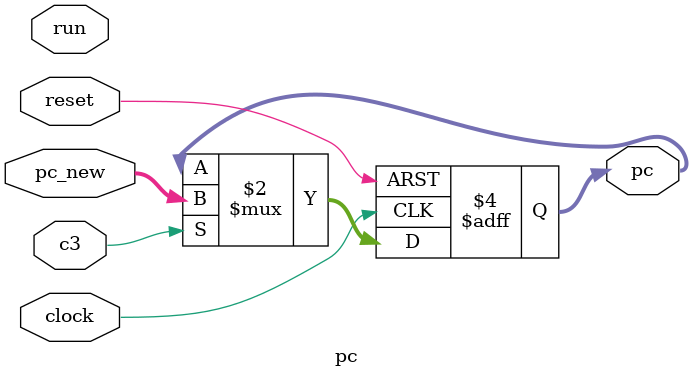
<source format=v>
/*
PC register

Specifications:
6 bit register to store PC address
Has a read select c3
*/

module pc (
    input clock,
    input reset,
    input run,
    input c3,
    input [5:0] pc_new,
    output reg [5:0] pc
);

  always @(posedge clock or posedge reset) begin
    if (reset) begin
      pc <= 6'b100000;
    end else if (c3) begin
      pc <= pc_new;
    end
  end

endmodule

</source>
